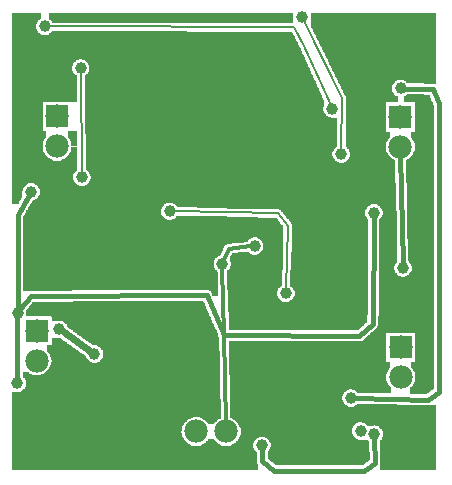
<source format=gbl>
G04 MADE WITH FRITZING*
G04 WWW.FRITZING.ORG*
G04 DOUBLE SIDED*
G04 HOLES PLATED*
G04 CONTOUR ON CENTER OF CONTOUR VECTOR*
%ASAXBY*%
%FSLAX23Y23*%
%MOIN*%
%OFA0B0*%
%SFA1.0B1.0*%
%ADD10C,0.075000*%
%ADD11C,0.078000*%
%ADD12C,0.039370*%
%ADD13R,0.078000X0.078000*%
%ADD14C,0.016000*%
%ADD15C,0.024000*%
%ADD16C,0.008000*%
%ADD17C,0.012000*%
%LNCOPPER0*%
G90*
G70*
G54D10*
X1112Y1492D03*
G54D11*
X1334Y1216D03*
X1334Y1116D03*
X1336Y448D03*
X1336Y348D03*
X190Y1218D03*
X190Y1118D03*
X122Y503D03*
X122Y403D03*
G54D12*
X1336Y1311D03*
X1170Y278D03*
X1246Y896D03*
X873Y121D03*
X1248Y158D03*
X104Y966D03*
X58Y327D03*
X197Y508D03*
X315Y425D03*
X149Y1517D03*
X1108Y1242D03*
X269Y1378D03*
X272Y1014D03*
X1138Y1091D03*
X1007Y1548D03*
X59Y563D03*
G54D11*
X754Y167D03*
X654Y167D03*
G54D12*
X849Y785D03*
X741Y725D03*
X566Y901D03*
X953Y628D03*
X1343Y712D03*
X1202Y169D03*
G54D13*
X1334Y1216D03*
X1336Y448D03*
X190Y1218D03*
X122Y503D03*
G54D14*
X1335Y1091D02*
X1343Y725D01*
D02*
X1349Y1310D02*
X1442Y1309D01*
D02*
X1442Y1309D02*
X1463Y1261D01*
D02*
X1463Y1261D02*
X1463Y300D01*
D02*
X1463Y300D02*
X1427Y273D01*
D02*
X1427Y273D02*
X1183Y278D01*
D02*
X1198Y485D02*
X1243Y525D01*
D02*
X746Y489D02*
X1198Y485D01*
D02*
X1243Y525D02*
X1246Y883D01*
D02*
X1214Y35D02*
X1250Y63D01*
D02*
X915Y35D02*
X1214Y35D01*
D02*
X1250Y63D02*
X1248Y144D01*
D02*
X874Y69D02*
X915Y35D01*
D02*
X873Y107D02*
X874Y69D01*
D02*
X60Y888D02*
X98Y954D01*
D02*
X59Y577D02*
X60Y888D01*
D02*
X58Y550D02*
X58Y341D01*
G54D15*
D02*
X300Y436D02*
X213Y497D01*
G54D16*
D02*
X981Y1514D02*
X162Y1517D01*
D02*
X1013Y1452D02*
X981Y1514D01*
D02*
X1102Y1254D02*
X1013Y1452D01*
D02*
X269Y1365D02*
X272Y1028D01*
D02*
X1139Y1279D02*
X1013Y1536D01*
D02*
X1138Y1105D02*
X1139Y1279D01*
G54D14*
D02*
X103Y619D02*
X67Y574D01*
D02*
X689Y621D02*
X103Y619D01*
D02*
X747Y490D02*
X689Y621D01*
G54D17*
D02*
X762Y776D02*
X746Y737D01*
D02*
X835Y784D02*
X762Y776D01*
D02*
X747Y490D02*
X741Y712D01*
D02*
X753Y191D02*
X746Y489D01*
G54D16*
D02*
X926Y894D02*
X960Y853D01*
D02*
X960Y853D02*
X953Y641D01*
D02*
X580Y901D02*
X926Y894D01*
G36*
X162Y1562D02*
X162Y1542D01*
X164Y1542D01*
X164Y1540D01*
X166Y1540D01*
X166Y1538D01*
X170Y1538D01*
X170Y1534D01*
X172Y1534D01*
X172Y1532D01*
X174Y1532D01*
X174Y1530D01*
X628Y1530D01*
X628Y1528D01*
X976Y1528D01*
X976Y1562D01*
X162Y1562D01*
G37*
D02*
G36*
X226Y1168D02*
X226Y1148D01*
X228Y1148D01*
X228Y1144D01*
X230Y1144D01*
X230Y1142D01*
X232Y1142D01*
X232Y1138D01*
X234Y1138D01*
X234Y1136D01*
X236Y1136D01*
X236Y1130D01*
X238Y1130D01*
X238Y1118D01*
X258Y1118D01*
X258Y1156D01*
X256Y1156D01*
X256Y1168D01*
X226Y1168D01*
G37*
D02*
G36*
X40Y1562D02*
X40Y1488D01*
X140Y1488D01*
X140Y1490D01*
X136Y1490D01*
X136Y1492D01*
X134Y1492D01*
X134Y1494D01*
X130Y1494D01*
X130Y1496D01*
X128Y1496D01*
X128Y1498D01*
X126Y1498D01*
X126Y1502D01*
X124Y1502D01*
X124Y1504D01*
X122Y1504D01*
X122Y1508D01*
X120Y1508D01*
X120Y1524D01*
X122Y1524D01*
X122Y1530D01*
X124Y1530D01*
X124Y1532D01*
X126Y1532D01*
X126Y1534D01*
X128Y1534D01*
X128Y1538D01*
X132Y1538D01*
X132Y1540D01*
X134Y1540D01*
X134Y1542D01*
X136Y1542D01*
X136Y1562D01*
X40Y1562D01*
G37*
D02*
G36*
X1036Y1562D02*
X1036Y1518D01*
X1038Y1518D01*
X1038Y1512D01*
X1040Y1512D01*
X1040Y1508D01*
X1042Y1508D01*
X1042Y1504D01*
X1044Y1504D01*
X1044Y1500D01*
X1046Y1500D01*
X1046Y1496D01*
X1048Y1496D01*
X1048Y1492D01*
X1050Y1492D01*
X1050Y1488D01*
X1052Y1488D01*
X1052Y1484D01*
X1054Y1484D01*
X1054Y1480D01*
X1056Y1480D01*
X1056Y1476D01*
X1058Y1476D01*
X1058Y1472D01*
X1060Y1472D01*
X1060Y1468D01*
X1062Y1468D01*
X1062Y1464D01*
X1064Y1464D01*
X1064Y1460D01*
X1066Y1460D01*
X1066Y1456D01*
X1068Y1456D01*
X1068Y1452D01*
X1070Y1452D01*
X1070Y1448D01*
X1072Y1448D01*
X1072Y1444D01*
X1074Y1444D01*
X1074Y1440D01*
X1076Y1440D01*
X1076Y1436D01*
X1078Y1436D01*
X1078Y1432D01*
X1080Y1432D01*
X1080Y1428D01*
X1082Y1428D01*
X1082Y1424D01*
X1084Y1424D01*
X1084Y1420D01*
X1086Y1420D01*
X1086Y1416D01*
X1088Y1416D01*
X1088Y1412D01*
X1090Y1412D01*
X1090Y1408D01*
X1092Y1408D01*
X1092Y1402D01*
X1094Y1402D01*
X1094Y1398D01*
X1096Y1398D01*
X1096Y1394D01*
X1098Y1394D01*
X1098Y1390D01*
X1100Y1390D01*
X1100Y1386D01*
X1102Y1386D01*
X1102Y1382D01*
X1104Y1382D01*
X1104Y1378D01*
X1106Y1378D01*
X1106Y1374D01*
X1108Y1374D01*
X1108Y1370D01*
X1110Y1370D01*
X1110Y1366D01*
X1112Y1366D01*
X1112Y1362D01*
X1114Y1362D01*
X1114Y1358D01*
X1116Y1358D01*
X1116Y1354D01*
X1118Y1354D01*
X1118Y1350D01*
X1120Y1350D01*
X1120Y1346D01*
X1122Y1346D01*
X1122Y1342D01*
X1124Y1342D01*
X1124Y1340D01*
X1342Y1340D01*
X1342Y1338D01*
X1346Y1338D01*
X1346Y1336D01*
X1350Y1336D01*
X1350Y1334D01*
X1352Y1334D01*
X1352Y1332D01*
X1354Y1332D01*
X1354Y1330D01*
X1356Y1330D01*
X1356Y1328D01*
X1412Y1328D01*
X1412Y1326D01*
X1452Y1326D01*
X1452Y1562D01*
X1036Y1562D01*
G37*
D02*
G36*
X172Y1502D02*
X172Y1498D01*
X170Y1498D01*
X170Y1496D01*
X168Y1496D01*
X168Y1494D01*
X164Y1494D01*
X164Y1492D01*
X162Y1492D01*
X162Y1490D01*
X158Y1490D01*
X158Y1488D01*
X978Y1488D01*
X978Y1492D01*
X976Y1492D01*
X976Y1494D01*
X974Y1494D01*
X974Y1498D01*
X972Y1498D01*
X972Y1500D01*
X624Y1500D01*
X624Y1502D01*
X172Y1502D01*
G37*
D02*
G36*
X40Y1488D02*
X40Y1486D01*
X980Y1486D01*
X980Y1488D01*
X40Y1488D01*
G37*
D02*
G36*
X40Y1488D02*
X40Y1486D01*
X980Y1486D01*
X980Y1488D01*
X40Y1488D01*
G37*
D02*
G36*
X40Y1486D02*
X40Y1408D01*
X274Y1408D01*
X274Y1406D01*
X280Y1406D01*
X280Y1404D01*
X284Y1404D01*
X284Y1402D01*
X286Y1402D01*
X286Y1400D01*
X288Y1400D01*
X288Y1398D01*
X290Y1398D01*
X290Y1396D01*
X292Y1396D01*
X292Y1394D01*
X294Y1394D01*
X294Y1390D01*
X296Y1390D01*
X296Y1386D01*
X298Y1386D01*
X298Y1370D01*
X296Y1370D01*
X296Y1366D01*
X294Y1366D01*
X294Y1362D01*
X292Y1362D01*
X292Y1360D01*
X290Y1360D01*
X290Y1358D01*
X288Y1358D01*
X288Y1356D01*
X286Y1356D01*
X286Y1354D01*
X284Y1354D01*
X284Y1158D01*
X286Y1158D01*
X286Y1062D01*
X1130Y1062D01*
X1130Y1064D01*
X1126Y1064D01*
X1126Y1066D01*
X1122Y1066D01*
X1122Y1068D01*
X1120Y1068D01*
X1120Y1070D01*
X1118Y1070D01*
X1118Y1072D01*
X1116Y1072D01*
X1116Y1074D01*
X1114Y1074D01*
X1114Y1076D01*
X1112Y1076D01*
X1112Y1080D01*
X1110Y1080D01*
X1110Y1084D01*
X1108Y1084D01*
X1108Y1098D01*
X1110Y1098D01*
X1110Y1102D01*
X1112Y1102D01*
X1112Y1106D01*
X1114Y1106D01*
X1114Y1108D01*
X1116Y1108D01*
X1116Y1110D01*
X1118Y1110D01*
X1118Y1112D01*
X1120Y1112D01*
X1120Y1114D01*
X1122Y1114D01*
X1122Y1116D01*
X1124Y1116D01*
X1124Y1212D01*
X1102Y1212D01*
X1102Y1214D01*
X1096Y1214D01*
X1096Y1216D01*
X1094Y1216D01*
X1094Y1218D01*
X1090Y1218D01*
X1090Y1220D01*
X1088Y1220D01*
X1088Y1222D01*
X1086Y1222D01*
X1086Y1224D01*
X1084Y1224D01*
X1084Y1228D01*
X1082Y1228D01*
X1082Y1230D01*
X1080Y1230D01*
X1080Y1236D01*
X1078Y1236D01*
X1078Y1248D01*
X1080Y1248D01*
X1080Y1272D01*
X1078Y1272D01*
X1078Y1276D01*
X1076Y1276D01*
X1076Y1280D01*
X1074Y1280D01*
X1074Y1284D01*
X1072Y1284D01*
X1072Y1290D01*
X1070Y1290D01*
X1070Y1294D01*
X1068Y1294D01*
X1068Y1298D01*
X1066Y1298D01*
X1066Y1302D01*
X1064Y1302D01*
X1064Y1306D01*
X1062Y1306D01*
X1062Y1312D01*
X1060Y1312D01*
X1060Y1316D01*
X1058Y1316D01*
X1058Y1320D01*
X1056Y1320D01*
X1056Y1324D01*
X1054Y1324D01*
X1054Y1330D01*
X1052Y1330D01*
X1052Y1334D01*
X1050Y1334D01*
X1050Y1338D01*
X1048Y1338D01*
X1048Y1342D01*
X1046Y1342D01*
X1046Y1346D01*
X1044Y1346D01*
X1044Y1352D01*
X1042Y1352D01*
X1042Y1356D01*
X1040Y1356D01*
X1040Y1360D01*
X1038Y1360D01*
X1038Y1364D01*
X1036Y1364D01*
X1036Y1368D01*
X1034Y1368D01*
X1034Y1374D01*
X1032Y1374D01*
X1032Y1378D01*
X1030Y1378D01*
X1030Y1382D01*
X1028Y1382D01*
X1028Y1386D01*
X1026Y1386D01*
X1026Y1392D01*
X1024Y1392D01*
X1024Y1396D01*
X1022Y1396D01*
X1022Y1400D01*
X1020Y1400D01*
X1020Y1404D01*
X1018Y1404D01*
X1018Y1408D01*
X1016Y1408D01*
X1016Y1414D01*
X1014Y1414D01*
X1014Y1418D01*
X1012Y1418D01*
X1012Y1422D01*
X1010Y1422D01*
X1010Y1426D01*
X1008Y1426D01*
X1008Y1432D01*
X1006Y1432D01*
X1006Y1436D01*
X1004Y1436D01*
X1004Y1440D01*
X1002Y1440D01*
X1002Y1444D01*
X1000Y1444D01*
X1000Y1448D01*
X998Y1448D01*
X998Y1452D01*
X996Y1452D01*
X996Y1456D01*
X994Y1456D01*
X994Y1460D01*
X992Y1460D01*
X992Y1464D01*
X990Y1464D01*
X990Y1468D01*
X988Y1468D01*
X988Y1472D01*
X986Y1472D01*
X986Y1476D01*
X984Y1476D01*
X984Y1480D01*
X982Y1480D01*
X982Y1484D01*
X980Y1484D01*
X980Y1486D01*
X40Y1486D01*
G37*
D02*
G36*
X40Y1408D02*
X40Y1068D01*
X186Y1068D01*
X186Y1070D01*
X178Y1070D01*
X178Y1072D01*
X172Y1072D01*
X172Y1074D01*
X168Y1074D01*
X168Y1076D01*
X166Y1076D01*
X166Y1078D01*
X162Y1078D01*
X162Y1080D01*
X160Y1080D01*
X160Y1082D01*
X158Y1082D01*
X158Y1084D01*
X156Y1084D01*
X156Y1086D01*
X154Y1086D01*
X154Y1088D01*
X152Y1088D01*
X152Y1090D01*
X150Y1090D01*
X150Y1094D01*
X148Y1094D01*
X148Y1096D01*
X146Y1096D01*
X146Y1100D01*
X144Y1100D01*
X144Y1106D01*
X142Y1106D01*
X142Y1130D01*
X144Y1130D01*
X144Y1134D01*
X146Y1134D01*
X146Y1138D01*
X148Y1138D01*
X148Y1142D01*
X150Y1142D01*
X150Y1144D01*
X152Y1144D01*
X152Y1148D01*
X154Y1148D01*
X154Y1168D01*
X142Y1168D01*
X142Y1266D01*
X256Y1266D01*
X256Y1354D01*
X252Y1354D01*
X252Y1356D01*
X250Y1356D01*
X250Y1358D01*
X248Y1358D01*
X248Y1360D01*
X246Y1360D01*
X246Y1362D01*
X244Y1362D01*
X244Y1366D01*
X242Y1366D01*
X242Y1370D01*
X240Y1370D01*
X240Y1386D01*
X242Y1386D01*
X242Y1390D01*
X244Y1390D01*
X244Y1394D01*
X246Y1394D01*
X246Y1396D01*
X248Y1396D01*
X248Y1398D01*
X250Y1398D01*
X250Y1400D01*
X252Y1400D01*
X252Y1402D01*
X254Y1402D01*
X254Y1404D01*
X258Y1404D01*
X258Y1406D01*
X264Y1406D01*
X264Y1408D01*
X40Y1408D01*
G37*
D02*
G36*
X1124Y1340D02*
X1124Y1338D01*
X1126Y1338D01*
X1126Y1334D01*
X1128Y1334D01*
X1128Y1330D01*
X1130Y1330D01*
X1130Y1326D01*
X1132Y1326D01*
X1132Y1322D01*
X1134Y1322D01*
X1134Y1318D01*
X1136Y1318D01*
X1136Y1314D01*
X1138Y1314D01*
X1138Y1310D01*
X1140Y1310D01*
X1140Y1306D01*
X1142Y1306D01*
X1142Y1302D01*
X1144Y1302D01*
X1144Y1296D01*
X1146Y1296D01*
X1146Y1292D01*
X1148Y1292D01*
X1148Y1288D01*
X1150Y1288D01*
X1150Y1284D01*
X1152Y1284D01*
X1152Y1116D01*
X1154Y1116D01*
X1154Y1114D01*
X1156Y1114D01*
X1156Y1112D01*
X1158Y1112D01*
X1158Y1110D01*
X1160Y1110D01*
X1160Y1108D01*
X1162Y1108D01*
X1162Y1104D01*
X1164Y1104D01*
X1164Y1100D01*
X1166Y1100D01*
X1166Y1092D01*
X1168Y1092D01*
X1168Y1090D01*
X1166Y1090D01*
X1166Y1082D01*
X1164Y1082D01*
X1164Y1078D01*
X1162Y1078D01*
X1162Y1074D01*
X1160Y1074D01*
X1160Y1072D01*
X1158Y1072D01*
X1158Y1070D01*
X1156Y1070D01*
X1156Y1068D01*
X1154Y1068D01*
X1154Y1066D01*
X1150Y1066D01*
X1150Y1064D01*
X1146Y1064D01*
X1146Y1062D01*
X1318Y1062D01*
X1318Y1070D01*
X1316Y1070D01*
X1316Y1072D01*
X1312Y1072D01*
X1312Y1074D01*
X1308Y1074D01*
X1308Y1076D01*
X1306Y1076D01*
X1306Y1078D01*
X1304Y1078D01*
X1304Y1080D01*
X1302Y1080D01*
X1302Y1082D01*
X1300Y1082D01*
X1300Y1084D01*
X1298Y1084D01*
X1298Y1086D01*
X1296Y1086D01*
X1296Y1088D01*
X1294Y1088D01*
X1294Y1092D01*
X1292Y1092D01*
X1292Y1096D01*
X1290Y1096D01*
X1290Y1100D01*
X1288Y1100D01*
X1288Y1104D01*
X1286Y1104D01*
X1286Y1126D01*
X1288Y1126D01*
X1288Y1132D01*
X1290Y1132D01*
X1290Y1136D01*
X1292Y1136D01*
X1292Y1138D01*
X1294Y1138D01*
X1294Y1142D01*
X1296Y1142D01*
X1296Y1144D01*
X1298Y1144D01*
X1298Y1146D01*
X1300Y1146D01*
X1300Y1166D01*
X1286Y1166D01*
X1286Y1264D01*
X1326Y1264D01*
X1326Y1284D01*
X1322Y1284D01*
X1322Y1286D01*
X1318Y1286D01*
X1318Y1288D01*
X1316Y1288D01*
X1316Y1290D01*
X1314Y1290D01*
X1314Y1292D01*
X1312Y1292D01*
X1312Y1296D01*
X1310Y1296D01*
X1310Y1298D01*
X1308Y1298D01*
X1308Y1304D01*
X1306Y1304D01*
X1306Y1316D01*
X1308Y1316D01*
X1308Y1322D01*
X1310Y1322D01*
X1310Y1326D01*
X1312Y1326D01*
X1312Y1328D01*
X1314Y1328D01*
X1314Y1330D01*
X1316Y1330D01*
X1316Y1332D01*
X1318Y1332D01*
X1318Y1334D01*
X1322Y1334D01*
X1322Y1336D01*
X1324Y1336D01*
X1324Y1338D01*
X1330Y1338D01*
X1330Y1340D01*
X1124Y1340D01*
G37*
D02*
G36*
X1356Y1292D02*
X1356Y1290D01*
X1354Y1290D01*
X1354Y1288D01*
X1352Y1288D01*
X1352Y1286D01*
X1350Y1286D01*
X1350Y1284D01*
X1346Y1284D01*
X1346Y1264D01*
X1384Y1264D01*
X1384Y1166D01*
X1370Y1166D01*
X1370Y1146D01*
X1372Y1146D01*
X1372Y1144D01*
X1374Y1144D01*
X1374Y1140D01*
X1376Y1140D01*
X1376Y1136D01*
X1378Y1136D01*
X1378Y1134D01*
X1380Y1134D01*
X1380Y1128D01*
X1382Y1128D01*
X1382Y1120D01*
X1384Y1120D01*
X1384Y1110D01*
X1382Y1110D01*
X1382Y1102D01*
X1380Y1102D01*
X1380Y1098D01*
X1378Y1098D01*
X1378Y1094D01*
X1376Y1094D01*
X1376Y1090D01*
X1374Y1090D01*
X1374Y1088D01*
X1372Y1088D01*
X1372Y1086D01*
X1370Y1086D01*
X1370Y1082D01*
X1368Y1082D01*
X1368Y1080D01*
X1364Y1080D01*
X1364Y1078D01*
X1362Y1078D01*
X1362Y1076D01*
X1360Y1076D01*
X1360Y1074D01*
X1356Y1074D01*
X1356Y1072D01*
X1354Y1072D01*
X1354Y996D01*
X1356Y996D01*
X1356Y904D01*
X1358Y904D01*
X1358Y810D01*
X1360Y810D01*
X1360Y734D01*
X1362Y734D01*
X1362Y732D01*
X1364Y732D01*
X1364Y730D01*
X1366Y730D01*
X1366Y728D01*
X1368Y728D01*
X1368Y724D01*
X1370Y724D01*
X1370Y720D01*
X1372Y720D01*
X1372Y702D01*
X1370Y702D01*
X1370Y698D01*
X1368Y698D01*
X1368Y696D01*
X1366Y696D01*
X1366Y694D01*
X1364Y694D01*
X1364Y690D01*
X1360Y690D01*
X1360Y688D01*
X1358Y688D01*
X1358Y686D01*
X1356Y686D01*
X1356Y684D01*
X1350Y684D01*
X1350Y682D01*
X1446Y682D01*
X1446Y1256D01*
X1444Y1256D01*
X1444Y1262D01*
X1442Y1262D01*
X1442Y1266D01*
X1440Y1266D01*
X1440Y1270D01*
X1438Y1270D01*
X1438Y1274D01*
X1436Y1274D01*
X1436Y1280D01*
X1434Y1280D01*
X1434Y1284D01*
X1432Y1284D01*
X1432Y1288D01*
X1430Y1288D01*
X1430Y1290D01*
X1412Y1290D01*
X1412Y1292D01*
X1356Y1292D01*
G37*
D02*
G36*
X238Y1116D02*
X238Y1106D01*
X236Y1106D01*
X236Y1100D01*
X234Y1100D01*
X234Y1096D01*
X232Y1096D01*
X232Y1094D01*
X230Y1094D01*
X230Y1090D01*
X228Y1090D01*
X228Y1088D01*
X226Y1088D01*
X226Y1086D01*
X224Y1086D01*
X224Y1084D01*
X222Y1084D01*
X222Y1082D01*
X220Y1082D01*
X220Y1080D01*
X218Y1080D01*
X218Y1078D01*
X216Y1078D01*
X216Y1076D01*
X212Y1076D01*
X212Y1074D01*
X208Y1074D01*
X208Y1072D01*
X202Y1072D01*
X202Y1070D01*
X196Y1070D01*
X196Y1068D01*
X258Y1068D01*
X258Y1116D01*
X238Y1116D01*
G37*
D02*
G36*
X40Y1068D02*
X40Y1066D01*
X258Y1066D01*
X258Y1068D01*
X40Y1068D01*
G37*
D02*
G36*
X40Y1068D02*
X40Y1066D01*
X258Y1066D01*
X258Y1068D01*
X40Y1068D01*
G37*
D02*
G36*
X40Y1066D02*
X40Y996D01*
X108Y996D01*
X108Y994D01*
X114Y994D01*
X114Y992D01*
X118Y992D01*
X118Y990D01*
X120Y990D01*
X120Y988D01*
X124Y988D01*
X124Y986D01*
X126Y986D01*
X126Y984D01*
X268Y984D01*
X268Y986D01*
X262Y986D01*
X262Y988D01*
X258Y988D01*
X258Y990D01*
X256Y990D01*
X256Y992D01*
X254Y992D01*
X254Y994D01*
X252Y994D01*
X252Y996D01*
X250Y996D01*
X250Y998D01*
X248Y998D01*
X248Y1000D01*
X246Y1000D01*
X246Y1004D01*
X244Y1004D01*
X244Y1012D01*
X242Y1012D01*
X242Y1016D01*
X244Y1016D01*
X244Y1024D01*
X246Y1024D01*
X246Y1028D01*
X248Y1028D01*
X248Y1030D01*
X250Y1030D01*
X250Y1032D01*
X252Y1032D01*
X252Y1034D01*
X254Y1034D01*
X254Y1036D01*
X256Y1036D01*
X256Y1038D01*
X258Y1038D01*
X258Y1066D01*
X40Y1066D01*
G37*
D02*
G36*
X286Y1062D02*
X286Y1060D01*
X1318Y1060D01*
X1318Y1062D01*
X286Y1062D01*
G37*
D02*
G36*
X286Y1062D02*
X286Y1060D01*
X1318Y1060D01*
X1318Y1062D01*
X286Y1062D01*
G37*
D02*
G36*
X286Y1060D02*
X286Y1038D01*
X290Y1038D01*
X290Y1036D01*
X292Y1036D01*
X292Y1034D01*
X294Y1034D01*
X294Y1032D01*
X296Y1032D01*
X296Y1028D01*
X298Y1028D01*
X298Y1026D01*
X300Y1026D01*
X300Y1020D01*
X302Y1020D01*
X302Y1008D01*
X300Y1008D01*
X300Y1002D01*
X298Y1002D01*
X298Y1000D01*
X296Y1000D01*
X296Y996D01*
X294Y996D01*
X294Y994D01*
X292Y994D01*
X292Y992D01*
X290Y992D01*
X290Y990D01*
X286Y990D01*
X286Y988D01*
X282Y988D01*
X282Y986D01*
X276Y986D01*
X276Y984D01*
X1320Y984D01*
X1320Y996D01*
X1318Y996D01*
X1318Y1060D01*
X286Y1060D01*
G37*
D02*
G36*
X40Y996D02*
X40Y924D01*
X60Y924D01*
X60Y926D01*
X62Y926D01*
X62Y930D01*
X64Y930D01*
X64Y934D01*
X66Y934D01*
X66Y938D01*
X68Y938D01*
X68Y940D01*
X70Y940D01*
X70Y944D01*
X72Y944D01*
X72Y948D01*
X74Y948D01*
X74Y970D01*
X76Y970D01*
X76Y976D01*
X78Y976D01*
X78Y980D01*
X80Y980D01*
X80Y982D01*
X82Y982D01*
X82Y984D01*
X84Y984D01*
X84Y986D01*
X86Y986D01*
X86Y988D01*
X88Y988D01*
X88Y990D01*
X90Y990D01*
X90Y992D01*
X94Y992D01*
X94Y994D01*
X100Y994D01*
X100Y996D01*
X40Y996D01*
G37*
D02*
G36*
X126Y984D02*
X126Y982D01*
X1320Y982D01*
X1320Y984D01*
X126Y984D01*
G37*
D02*
G36*
X126Y984D02*
X126Y982D01*
X1320Y982D01*
X1320Y984D01*
X126Y984D01*
G37*
D02*
G36*
X128Y982D02*
X128Y980D01*
X130Y980D01*
X130Y976D01*
X132Y976D01*
X132Y972D01*
X134Y972D01*
X134Y960D01*
X132Y960D01*
X132Y954D01*
X130Y954D01*
X130Y952D01*
X128Y952D01*
X128Y948D01*
X126Y948D01*
X126Y946D01*
X124Y946D01*
X124Y944D01*
X122Y944D01*
X122Y942D01*
X118Y942D01*
X118Y940D01*
X116Y940D01*
X116Y938D01*
X110Y938D01*
X110Y936D01*
X108Y936D01*
X108Y934D01*
X106Y934D01*
X106Y930D01*
X574Y930D01*
X574Y928D01*
X578Y928D01*
X578Y926D01*
X1252Y926D01*
X1252Y924D01*
X1256Y924D01*
X1256Y922D01*
X1260Y922D01*
X1260Y920D01*
X1262Y920D01*
X1262Y918D01*
X1266Y918D01*
X1266Y916D01*
X1268Y916D01*
X1268Y912D01*
X1270Y912D01*
X1270Y910D01*
X1272Y910D01*
X1272Y906D01*
X1274Y906D01*
X1274Y902D01*
X1276Y902D01*
X1276Y890D01*
X1274Y890D01*
X1274Y886D01*
X1272Y886D01*
X1272Y882D01*
X1270Y882D01*
X1270Y880D01*
X1268Y880D01*
X1268Y876D01*
X1266Y876D01*
X1266Y874D01*
X1264Y874D01*
X1264Y778D01*
X1262Y778D01*
X1262Y682D01*
X1336Y682D01*
X1336Y684D01*
X1332Y684D01*
X1332Y686D01*
X1328Y686D01*
X1328Y688D01*
X1326Y688D01*
X1326Y690D01*
X1324Y690D01*
X1324Y692D01*
X1322Y692D01*
X1322Y694D01*
X1320Y694D01*
X1320Y696D01*
X1318Y696D01*
X1318Y700D01*
X1316Y700D01*
X1316Y704D01*
X1314Y704D01*
X1314Y718D01*
X1316Y718D01*
X1316Y724D01*
X1318Y724D01*
X1318Y726D01*
X1320Y726D01*
X1320Y730D01*
X1322Y730D01*
X1322Y732D01*
X1324Y732D01*
X1324Y810D01*
X1322Y810D01*
X1322Y902D01*
X1320Y902D01*
X1320Y982D01*
X128Y982D01*
G37*
D02*
G36*
X104Y930D02*
X104Y928D01*
X102Y928D01*
X102Y924D01*
X100Y924D01*
X100Y920D01*
X98Y920D01*
X98Y918D01*
X96Y918D01*
X96Y914D01*
X94Y914D01*
X94Y910D01*
X92Y910D01*
X92Y906D01*
X90Y906D01*
X90Y904D01*
X88Y904D01*
X88Y900D01*
X86Y900D01*
X86Y896D01*
X84Y896D01*
X84Y892D01*
X82Y892D01*
X82Y890D01*
X80Y890D01*
X80Y886D01*
X78Y886D01*
X78Y872D01*
X558Y872D01*
X558Y874D01*
X554Y874D01*
X554Y876D01*
X550Y876D01*
X550Y878D01*
X548Y878D01*
X548Y880D01*
X546Y880D01*
X546Y882D01*
X544Y882D01*
X544Y884D01*
X542Y884D01*
X542Y886D01*
X540Y886D01*
X540Y890D01*
X538Y890D01*
X538Y896D01*
X536Y896D01*
X536Y904D01*
X538Y904D01*
X538Y910D01*
X540Y910D01*
X540Y914D01*
X542Y914D01*
X542Y918D01*
X544Y918D01*
X544Y920D01*
X546Y920D01*
X546Y922D01*
X548Y922D01*
X548Y924D01*
X550Y924D01*
X550Y926D01*
X554Y926D01*
X554Y928D01*
X558Y928D01*
X558Y930D01*
X104Y930D01*
G37*
D02*
G36*
X582Y926D02*
X582Y924D01*
X584Y924D01*
X584Y922D01*
X586Y922D01*
X586Y920D01*
X588Y920D01*
X588Y918D01*
X590Y918D01*
X590Y916D01*
X592Y916D01*
X592Y914D01*
X656Y914D01*
X656Y912D01*
X758Y912D01*
X758Y910D01*
X860Y910D01*
X860Y908D01*
X930Y908D01*
X930Y906D01*
X934Y906D01*
X934Y904D01*
X936Y904D01*
X936Y902D01*
X938Y902D01*
X938Y900D01*
X940Y900D01*
X940Y898D01*
X942Y898D01*
X942Y896D01*
X944Y896D01*
X944Y892D01*
X946Y892D01*
X946Y890D01*
X948Y890D01*
X948Y888D01*
X950Y888D01*
X950Y886D01*
X952Y886D01*
X952Y884D01*
X954Y884D01*
X954Y880D01*
X956Y880D01*
X956Y878D01*
X958Y878D01*
X958Y876D01*
X960Y876D01*
X960Y874D01*
X962Y874D01*
X962Y870D01*
X964Y870D01*
X964Y868D01*
X966Y868D01*
X966Y866D01*
X968Y866D01*
X968Y864D01*
X970Y864D01*
X970Y860D01*
X972Y860D01*
X972Y856D01*
X974Y856D01*
X974Y830D01*
X972Y830D01*
X972Y766D01*
X970Y766D01*
X970Y704D01*
X968Y704D01*
X968Y650D01*
X972Y650D01*
X972Y648D01*
X974Y648D01*
X974Y644D01*
X976Y644D01*
X976Y642D01*
X978Y642D01*
X978Y640D01*
X980Y640D01*
X980Y634D01*
X982Y634D01*
X982Y620D01*
X980Y620D01*
X980Y616D01*
X978Y616D01*
X978Y612D01*
X976Y612D01*
X976Y610D01*
X974Y610D01*
X974Y608D01*
X972Y608D01*
X972Y606D01*
X970Y606D01*
X970Y604D01*
X968Y604D01*
X968Y602D01*
X964Y602D01*
X964Y600D01*
X960Y600D01*
X960Y598D01*
X1226Y598D01*
X1226Y778D01*
X1228Y778D01*
X1228Y874D01*
X1226Y874D01*
X1226Y876D01*
X1224Y876D01*
X1224Y880D01*
X1222Y880D01*
X1222Y882D01*
X1220Y882D01*
X1220Y886D01*
X1218Y886D01*
X1218Y892D01*
X1216Y892D01*
X1216Y900D01*
X1218Y900D01*
X1218Y906D01*
X1220Y906D01*
X1220Y910D01*
X1222Y910D01*
X1222Y912D01*
X1224Y912D01*
X1224Y916D01*
X1226Y916D01*
X1226Y918D01*
X1230Y918D01*
X1230Y920D01*
X1232Y920D01*
X1232Y922D01*
X1236Y922D01*
X1236Y924D01*
X1242Y924D01*
X1242Y926D01*
X582Y926D01*
G37*
D02*
G36*
X590Y886D02*
X590Y884D01*
X588Y884D01*
X588Y882D01*
X586Y882D01*
X586Y880D01*
X584Y880D01*
X584Y878D01*
X582Y878D01*
X582Y876D01*
X578Y876D01*
X578Y874D01*
X574Y874D01*
X574Y872D01*
X926Y872D01*
X926Y874D01*
X924Y874D01*
X924Y876D01*
X922Y876D01*
X922Y878D01*
X920Y878D01*
X920Y880D01*
X860Y880D01*
X860Y882D01*
X758Y882D01*
X758Y884D01*
X654Y884D01*
X654Y886D01*
X590Y886D01*
G37*
D02*
G36*
X78Y872D02*
X78Y870D01*
X926Y870D01*
X926Y872D01*
X78Y872D01*
G37*
D02*
G36*
X78Y872D02*
X78Y870D01*
X926Y870D01*
X926Y872D01*
X78Y872D01*
G37*
D02*
G36*
X78Y870D02*
X78Y814D01*
X856Y814D01*
X856Y812D01*
X860Y812D01*
X860Y810D01*
X864Y810D01*
X864Y808D01*
X866Y808D01*
X866Y806D01*
X868Y806D01*
X868Y804D01*
X870Y804D01*
X870Y802D01*
X872Y802D01*
X872Y800D01*
X874Y800D01*
X874Y796D01*
X876Y796D01*
X876Y792D01*
X878Y792D01*
X878Y778D01*
X876Y778D01*
X876Y772D01*
X874Y772D01*
X874Y770D01*
X872Y770D01*
X872Y768D01*
X870Y768D01*
X870Y764D01*
X866Y764D01*
X866Y762D01*
X864Y762D01*
X864Y760D01*
X862Y760D01*
X862Y758D01*
X858Y758D01*
X858Y756D01*
X942Y756D01*
X942Y768D01*
X944Y768D01*
X944Y850D01*
X942Y850D01*
X942Y854D01*
X940Y854D01*
X940Y856D01*
X938Y856D01*
X938Y858D01*
X936Y858D01*
X936Y860D01*
X934Y860D01*
X934Y864D01*
X932Y864D01*
X932Y866D01*
X930Y866D01*
X930Y868D01*
X928Y868D01*
X928Y870D01*
X78Y870D01*
G37*
D02*
G36*
X78Y814D02*
X78Y708D01*
X76Y708D01*
X76Y638D01*
X696Y638D01*
X696Y636D01*
X698Y636D01*
X698Y634D01*
X702Y634D01*
X702Y630D01*
X704Y630D01*
X704Y628D01*
X706Y628D01*
X706Y624D01*
X708Y624D01*
X708Y618D01*
X728Y618D01*
X728Y638D01*
X726Y638D01*
X726Y700D01*
X724Y700D01*
X724Y702D01*
X722Y702D01*
X722Y704D01*
X720Y704D01*
X720Y706D01*
X718Y706D01*
X718Y708D01*
X716Y708D01*
X716Y712D01*
X714Y712D01*
X714Y716D01*
X712Y716D01*
X712Y724D01*
X710Y724D01*
X710Y726D01*
X712Y726D01*
X712Y734D01*
X714Y734D01*
X714Y738D01*
X716Y738D01*
X716Y740D01*
X718Y740D01*
X718Y744D01*
X720Y744D01*
X720Y746D01*
X722Y746D01*
X722Y748D01*
X726Y748D01*
X726Y750D01*
X728Y750D01*
X728Y752D01*
X734Y752D01*
X734Y754D01*
X736Y754D01*
X736Y758D01*
X738Y758D01*
X738Y762D01*
X740Y762D01*
X740Y768D01*
X742Y768D01*
X742Y772D01*
X744Y772D01*
X744Y778D01*
X746Y778D01*
X746Y782D01*
X748Y782D01*
X748Y786D01*
X750Y786D01*
X750Y788D01*
X752Y788D01*
X752Y790D01*
X756Y790D01*
X756Y792D01*
X772Y792D01*
X772Y794D01*
X792Y794D01*
X792Y796D01*
X812Y796D01*
X812Y798D01*
X824Y798D01*
X824Y800D01*
X826Y800D01*
X826Y804D01*
X828Y804D01*
X828Y806D01*
X830Y806D01*
X830Y808D01*
X834Y808D01*
X834Y810D01*
X836Y810D01*
X836Y812D01*
X842Y812D01*
X842Y814D01*
X78Y814D01*
G37*
D02*
G36*
X794Y764D02*
X794Y762D01*
X774Y762D01*
X774Y760D01*
X772Y760D01*
X772Y756D01*
X840Y756D01*
X840Y758D01*
X836Y758D01*
X836Y760D01*
X832Y760D01*
X832Y762D01*
X830Y762D01*
X830Y764D01*
X794Y764D01*
G37*
D02*
G36*
X770Y756D02*
X770Y754D01*
X942Y754D01*
X942Y756D01*
X770Y756D01*
G37*
D02*
G36*
X770Y756D02*
X770Y754D01*
X942Y754D01*
X942Y756D01*
X770Y756D01*
G37*
D02*
G36*
X770Y754D02*
X770Y752D01*
X768Y752D01*
X768Y732D01*
X770Y732D01*
X770Y718D01*
X768Y718D01*
X768Y712D01*
X766Y712D01*
X766Y710D01*
X764Y710D01*
X764Y708D01*
X762Y708D01*
X762Y704D01*
X758Y704D01*
X758Y638D01*
X760Y638D01*
X760Y598D01*
X946Y598D01*
X946Y600D01*
X940Y600D01*
X940Y602D01*
X938Y602D01*
X938Y604D01*
X936Y604D01*
X936Y606D01*
X932Y606D01*
X932Y608D01*
X930Y608D01*
X930Y612D01*
X928Y612D01*
X928Y614D01*
X926Y614D01*
X926Y618D01*
X924Y618D01*
X924Y626D01*
X922Y626D01*
X922Y628D01*
X924Y628D01*
X924Y636D01*
X926Y636D01*
X926Y640D01*
X928Y640D01*
X928Y644D01*
X930Y644D01*
X930Y646D01*
X932Y646D01*
X932Y648D01*
X934Y648D01*
X934Y650D01*
X936Y650D01*
X936Y652D01*
X940Y652D01*
X940Y704D01*
X942Y704D01*
X942Y754D01*
X770Y754D01*
G37*
D02*
G36*
X1262Y682D02*
X1262Y680D01*
X1446Y680D01*
X1446Y682D01*
X1262Y682D01*
G37*
D02*
G36*
X1262Y682D02*
X1262Y680D01*
X1446Y680D01*
X1446Y682D01*
X1262Y682D01*
G37*
D02*
G36*
X1262Y680D02*
X1262Y552D01*
X1260Y552D01*
X1260Y518D01*
X1258Y518D01*
X1258Y514D01*
X1256Y514D01*
X1256Y512D01*
X1254Y512D01*
X1254Y510D01*
X1252Y510D01*
X1252Y508D01*
X1250Y508D01*
X1250Y506D01*
X1248Y506D01*
X1248Y504D01*
X1246Y504D01*
X1246Y502D01*
X1242Y502D01*
X1242Y500D01*
X1240Y500D01*
X1240Y498D01*
X1238Y498D01*
X1238Y496D01*
X1384Y496D01*
X1384Y398D01*
X1370Y398D01*
X1370Y378D01*
X1372Y378D01*
X1372Y376D01*
X1374Y376D01*
X1374Y374D01*
X1376Y374D01*
X1376Y372D01*
X1378Y372D01*
X1378Y368D01*
X1380Y368D01*
X1380Y364D01*
X1382Y364D01*
X1382Y358D01*
X1384Y358D01*
X1384Y336D01*
X1382Y336D01*
X1382Y332D01*
X1380Y332D01*
X1380Y326D01*
X1378Y326D01*
X1378Y324D01*
X1376Y324D01*
X1376Y320D01*
X1374Y320D01*
X1374Y318D01*
X1372Y318D01*
X1372Y316D01*
X1370Y316D01*
X1370Y314D01*
X1368Y314D01*
X1368Y312D01*
X1366Y312D01*
X1366Y292D01*
X1424Y292D01*
X1424Y294D01*
X1426Y294D01*
X1426Y296D01*
X1430Y296D01*
X1430Y298D01*
X1432Y298D01*
X1432Y300D01*
X1434Y300D01*
X1434Y302D01*
X1438Y302D01*
X1438Y304D01*
X1440Y304D01*
X1440Y306D01*
X1442Y306D01*
X1442Y308D01*
X1446Y308D01*
X1446Y680D01*
X1262Y680D01*
G37*
D02*
G36*
X76Y638D02*
X76Y634D01*
X96Y634D01*
X96Y636D01*
X240Y636D01*
X240Y638D01*
X76Y638D01*
G37*
D02*
G36*
X244Y602D02*
X244Y600D01*
X110Y600D01*
X110Y598D01*
X108Y598D01*
X108Y596D01*
X106Y596D01*
X106Y592D01*
X104Y592D01*
X104Y590D01*
X102Y590D01*
X102Y588D01*
X100Y588D01*
X100Y584D01*
X98Y584D01*
X98Y582D01*
X96Y582D01*
X96Y580D01*
X94Y580D01*
X94Y578D01*
X92Y578D01*
X92Y574D01*
X90Y574D01*
X90Y572D01*
X88Y572D01*
X88Y552D01*
X170Y552D01*
X170Y550D01*
X172Y550D01*
X172Y536D01*
X206Y536D01*
X206Y534D01*
X210Y534D01*
X210Y532D01*
X214Y532D01*
X214Y530D01*
X216Y530D01*
X216Y528D01*
X218Y528D01*
X218Y526D01*
X220Y526D01*
X220Y524D01*
X222Y524D01*
X222Y520D01*
X224Y520D01*
X224Y516D01*
X226Y516D01*
X226Y514D01*
X228Y514D01*
X228Y512D01*
X230Y512D01*
X230Y510D01*
X234Y510D01*
X234Y508D01*
X236Y508D01*
X236Y506D01*
X238Y506D01*
X238Y504D01*
X242Y504D01*
X242Y502D01*
X244Y502D01*
X244Y500D01*
X248Y500D01*
X248Y498D01*
X250Y498D01*
X250Y496D01*
X254Y496D01*
X254Y494D01*
X256Y494D01*
X256Y492D01*
X258Y492D01*
X258Y490D01*
X262Y490D01*
X262Y488D01*
X264Y488D01*
X264Y486D01*
X268Y486D01*
X268Y484D01*
X270Y484D01*
X270Y482D01*
X274Y482D01*
X274Y480D01*
X276Y480D01*
X276Y478D01*
X278Y478D01*
X278Y476D01*
X282Y476D01*
X282Y474D01*
X284Y474D01*
X284Y472D01*
X288Y472D01*
X288Y470D01*
X290Y470D01*
X290Y468D01*
X294Y468D01*
X294Y466D01*
X296Y466D01*
X296Y464D01*
X298Y464D01*
X298Y462D01*
X302Y462D01*
X302Y460D01*
X304Y460D01*
X304Y458D01*
X308Y458D01*
X308Y456D01*
X310Y456D01*
X310Y454D01*
X322Y454D01*
X322Y452D01*
X326Y452D01*
X326Y450D01*
X330Y450D01*
X330Y448D01*
X332Y448D01*
X332Y446D01*
X336Y446D01*
X336Y444D01*
X338Y444D01*
X338Y440D01*
X340Y440D01*
X340Y438D01*
X342Y438D01*
X342Y434D01*
X344Y434D01*
X344Y426D01*
X346Y426D01*
X346Y424D01*
X344Y424D01*
X344Y416D01*
X342Y416D01*
X342Y412D01*
X340Y412D01*
X340Y408D01*
X338Y408D01*
X338Y406D01*
X336Y406D01*
X336Y404D01*
X334Y404D01*
X334Y402D01*
X332Y402D01*
X332Y400D01*
X328Y400D01*
X328Y398D01*
X324Y398D01*
X324Y396D01*
X318Y396D01*
X318Y394D01*
X732Y394D01*
X732Y436D01*
X730Y436D01*
X730Y482D01*
X728Y482D01*
X728Y490D01*
X726Y490D01*
X726Y494D01*
X724Y494D01*
X724Y500D01*
X722Y500D01*
X722Y504D01*
X720Y504D01*
X720Y508D01*
X718Y508D01*
X718Y512D01*
X716Y512D01*
X716Y516D01*
X714Y516D01*
X714Y522D01*
X712Y522D01*
X712Y526D01*
X710Y526D01*
X710Y530D01*
X708Y530D01*
X708Y534D01*
X706Y534D01*
X706Y540D01*
X704Y540D01*
X704Y544D01*
X702Y544D01*
X702Y548D01*
X700Y548D01*
X700Y552D01*
X698Y552D01*
X698Y558D01*
X696Y558D01*
X696Y562D01*
X694Y562D01*
X694Y566D01*
X692Y566D01*
X692Y570D01*
X690Y570D01*
X690Y576D01*
X688Y576D01*
X688Y580D01*
X686Y580D01*
X686Y584D01*
X684Y584D01*
X684Y588D01*
X682Y588D01*
X682Y594D01*
X680Y594D01*
X680Y598D01*
X678Y598D01*
X678Y602D01*
X244Y602D01*
G37*
D02*
G36*
X760Y598D02*
X760Y596D01*
X1226Y596D01*
X1226Y598D01*
X760Y598D01*
G37*
D02*
G36*
X760Y598D02*
X760Y596D01*
X1226Y596D01*
X1226Y598D01*
X760Y598D01*
G37*
D02*
G36*
X760Y596D02*
X760Y566D01*
X762Y566D01*
X762Y506D01*
X938Y506D01*
X938Y504D01*
X1194Y504D01*
X1194Y506D01*
X1196Y506D01*
X1196Y508D01*
X1198Y508D01*
X1198Y510D01*
X1200Y510D01*
X1200Y512D01*
X1202Y512D01*
X1202Y514D01*
X1204Y514D01*
X1204Y516D01*
X1206Y516D01*
X1206Y518D01*
X1210Y518D01*
X1210Y520D01*
X1212Y520D01*
X1212Y522D01*
X1214Y522D01*
X1214Y524D01*
X1216Y524D01*
X1216Y526D01*
X1218Y526D01*
X1218Y528D01*
X1220Y528D01*
X1220Y530D01*
X1222Y530D01*
X1222Y532D01*
X1224Y532D01*
X1224Y554D01*
X1226Y554D01*
X1226Y596D01*
X760Y596D01*
G37*
D02*
G36*
X1236Y496D02*
X1236Y494D01*
X1234Y494D01*
X1234Y492D01*
X1232Y492D01*
X1232Y490D01*
X1230Y490D01*
X1230Y488D01*
X1228Y488D01*
X1228Y486D01*
X1226Y486D01*
X1226Y484D01*
X1222Y484D01*
X1222Y482D01*
X1220Y482D01*
X1220Y480D01*
X1218Y480D01*
X1218Y478D01*
X1216Y478D01*
X1216Y476D01*
X1214Y476D01*
X1214Y474D01*
X1212Y474D01*
X1212Y472D01*
X1210Y472D01*
X1210Y470D01*
X1206Y470D01*
X1206Y468D01*
X1286Y468D01*
X1286Y496D01*
X1236Y496D01*
G37*
D02*
G36*
X172Y478D02*
X172Y454D01*
X156Y454D01*
X156Y434D01*
X158Y434D01*
X158Y432D01*
X160Y432D01*
X160Y430D01*
X162Y430D01*
X162Y426D01*
X164Y426D01*
X164Y424D01*
X166Y424D01*
X166Y420D01*
X168Y420D01*
X168Y414D01*
X170Y414D01*
X170Y404D01*
X172Y404D01*
X172Y400D01*
X170Y400D01*
X170Y394D01*
X314Y394D01*
X314Y396D01*
X306Y396D01*
X306Y398D01*
X302Y398D01*
X302Y400D01*
X300Y400D01*
X300Y402D01*
X296Y402D01*
X296Y404D01*
X294Y404D01*
X294Y406D01*
X292Y406D01*
X292Y410D01*
X290Y410D01*
X290Y412D01*
X288Y412D01*
X288Y418D01*
X284Y418D01*
X284Y420D01*
X282Y420D01*
X282Y422D01*
X280Y422D01*
X280Y424D01*
X276Y424D01*
X276Y426D01*
X274Y426D01*
X274Y428D01*
X270Y428D01*
X270Y430D01*
X268Y430D01*
X268Y432D01*
X264Y432D01*
X264Y434D01*
X262Y434D01*
X262Y436D01*
X260Y436D01*
X260Y438D01*
X256Y438D01*
X256Y440D01*
X254Y440D01*
X254Y442D01*
X250Y442D01*
X250Y444D01*
X248Y444D01*
X248Y446D01*
X244Y446D01*
X244Y448D01*
X242Y448D01*
X242Y450D01*
X240Y450D01*
X240Y452D01*
X236Y452D01*
X236Y454D01*
X234Y454D01*
X234Y456D01*
X230Y456D01*
X230Y458D01*
X228Y458D01*
X228Y460D01*
X224Y460D01*
X224Y462D01*
X222Y462D01*
X222Y464D01*
X220Y464D01*
X220Y466D01*
X216Y466D01*
X216Y468D01*
X214Y468D01*
X214Y470D01*
X210Y470D01*
X210Y472D01*
X208Y472D01*
X208Y474D01*
X204Y474D01*
X204Y476D01*
X202Y476D01*
X202Y478D01*
X172Y478D01*
G37*
D02*
G36*
X762Y470D02*
X762Y468D01*
X938Y468D01*
X938Y470D01*
X762Y470D01*
G37*
D02*
G36*
X762Y468D02*
X762Y466D01*
X1286Y466D01*
X1286Y468D01*
X762Y468D01*
G37*
D02*
G36*
X762Y468D02*
X762Y466D01*
X1286Y466D01*
X1286Y468D01*
X762Y468D01*
G37*
D02*
G36*
X762Y466D02*
X762Y436D01*
X764Y436D01*
X764Y356D01*
X766Y356D01*
X766Y308D01*
X1174Y308D01*
X1174Y306D01*
X1180Y306D01*
X1180Y304D01*
X1184Y304D01*
X1184Y302D01*
X1186Y302D01*
X1186Y300D01*
X1190Y300D01*
X1190Y296D01*
X1222Y296D01*
X1222Y294D01*
X1302Y294D01*
X1302Y314D01*
X1300Y314D01*
X1300Y318D01*
X1298Y318D01*
X1298Y320D01*
X1296Y320D01*
X1296Y322D01*
X1294Y322D01*
X1294Y326D01*
X1292Y326D01*
X1292Y330D01*
X1290Y330D01*
X1290Y334D01*
X1288Y334D01*
X1288Y342D01*
X1286Y342D01*
X1286Y352D01*
X1288Y352D01*
X1288Y360D01*
X1290Y360D01*
X1290Y366D01*
X1292Y366D01*
X1292Y368D01*
X1294Y368D01*
X1294Y372D01*
X1296Y372D01*
X1296Y376D01*
X1298Y376D01*
X1298Y378D01*
X1300Y378D01*
X1300Y398D01*
X1286Y398D01*
X1286Y466D01*
X762Y466D01*
G37*
D02*
G36*
X170Y394D02*
X170Y392D01*
X732Y392D01*
X732Y394D01*
X170Y394D01*
G37*
D02*
G36*
X170Y394D02*
X170Y392D01*
X732Y392D01*
X732Y394D01*
X170Y394D01*
G37*
D02*
G36*
X170Y392D02*
X170Y390D01*
X168Y390D01*
X168Y384D01*
X166Y384D01*
X166Y382D01*
X164Y382D01*
X164Y378D01*
X162Y378D01*
X162Y374D01*
X160Y374D01*
X160Y372D01*
X158Y372D01*
X158Y370D01*
X156Y370D01*
X156Y368D01*
X154Y368D01*
X154Y366D01*
X152Y366D01*
X152Y364D01*
X150Y364D01*
X150Y362D01*
X146Y362D01*
X146Y360D01*
X142Y360D01*
X142Y358D01*
X138Y358D01*
X138Y356D01*
X132Y356D01*
X132Y354D01*
X734Y354D01*
X734Y356D01*
X732Y356D01*
X732Y392D01*
X170Y392D01*
G37*
D02*
G36*
X76Y364D02*
X76Y354D01*
X112Y354D01*
X112Y356D01*
X106Y356D01*
X106Y358D01*
X102Y358D01*
X102Y360D01*
X98Y360D01*
X98Y362D01*
X96Y362D01*
X96Y364D01*
X76Y364D01*
G37*
D02*
G36*
X76Y354D02*
X76Y352D01*
X734Y352D01*
X734Y354D01*
X76Y354D01*
G37*
D02*
G36*
X76Y354D02*
X76Y352D01*
X734Y352D01*
X734Y354D01*
X76Y354D01*
G37*
D02*
G36*
X76Y352D02*
X76Y348D01*
X78Y348D01*
X78Y346D01*
X80Y346D01*
X80Y344D01*
X82Y344D01*
X82Y342D01*
X84Y342D01*
X84Y338D01*
X86Y338D01*
X86Y332D01*
X88Y332D01*
X88Y322D01*
X86Y322D01*
X86Y316D01*
X84Y316D01*
X84Y312D01*
X82Y312D01*
X82Y310D01*
X80Y310D01*
X80Y308D01*
X78Y308D01*
X78Y306D01*
X76Y306D01*
X76Y304D01*
X74Y304D01*
X74Y302D01*
X70Y302D01*
X70Y300D01*
X66Y300D01*
X66Y298D01*
X40Y298D01*
X40Y216D01*
X658Y216D01*
X658Y214D01*
X666Y214D01*
X666Y212D01*
X672Y212D01*
X672Y210D01*
X676Y210D01*
X676Y208D01*
X678Y208D01*
X678Y206D01*
X682Y206D01*
X682Y204D01*
X684Y204D01*
X684Y202D01*
X686Y202D01*
X686Y200D01*
X688Y200D01*
X688Y198D01*
X690Y198D01*
X690Y196D01*
X692Y196D01*
X692Y194D01*
X694Y194D01*
X694Y192D01*
X714Y192D01*
X714Y194D01*
X716Y194D01*
X716Y196D01*
X718Y196D01*
X718Y198D01*
X720Y198D01*
X720Y200D01*
X722Y200D01*
X722Y202D01*
X724Y202D01*
X724Y204D01*
X726Y204D01*
X726Y206D01*
X728Y206D01*
X728Y208D01*
X732Y208D01*
X732Y210D01*
X736Y210D01*
X736Y276D01*
X734Y276D01*
X734Y352D01*
X76Y352D01*
G37*
D02*
G36*
X766Y308D02*
X766Y276D01*
X768Y276D01*
X768Y248D01*
X1164Y248D01*
X1164Y250D01*
X1160Y250D01*
X1160Y252D01*
X1156Y252D01*
X1156Y254D01*
X1152Y254D01*
X1152Y256D01*
X1150Y256D01*
X1150Y258D01*
X1148Y258D01*
X1148Y260D01*
X1146Y260D01*
X1146Y264D01*
X1144Y264D01*
X1144Y268D01*
X1142Y268D01*
X1142Y272D01*
X1140Y272D01*
X1140Y284D01*
X1142Y284D01*
X1142Y288D01*
X1144Y288D01*
X1144Y292D01*
X1146Y292D01*
X1146Y296D01*
X1148Y296D01*
X1148Y298D01*
X1150Y298D01*
X1150Y300D01*
X1152Y300D01*
X1152Y302D01*
X1156Y302D01*
X1156Y304D01*
X1160Y304D01*
X1160Y306D01*
X1164Y306D01*
X1164Y308D01*
X766Y308D01*
G37*
D02*
G36*
X1192Y260D02*
X1192Y258D01*
X1190Y258D01*
X1190Y256D01*
X1186Y256D01*
X1186Y254D01*
X1184Y254D01*
X1184Y252D01*
X1180Y252D01*
X1180Y250D01*
X1174Y250D01*
X1174Y248D01*
X1452Y248D01*
X1452Y256D01*
X1324Y256D01*
X1324Y258D01*
X1220Y258D01*
X1220Y260D01*
X1192Y260D01*
G37*
D02*
G36*
X768Y248D02*
X768Y246D01*
X1452Y246D01*
X1452Y248D01*
X768Y248D01*
G37*
D02*
G36*
X768Y248D02*
X768Y246D01*
X1452Y246D01*
X1452Y248D01*
X768Y248D01*
G37*
D02*
G36*
X768Y246D02*
X768Y212D01*
X772Y212D01*
X772Y210D01*
X776Y210D01*
X776Y208D01*
X778Y208D01*
X778Y206D01*
X782Y206D01*
X782Y204D01*
X784Y204D01*
X784Y202D01*
X786Y202D01*
X786Y200D01*
X788Y200D01*
X788Y198D01*
X1208Y198D01*
X1208Y196D01*
X1214Y196D01*
X1214Y194D01*
X1216Y194D01*
X1216Y192D01*
X1220Y192D01*
X1220Y190D01*
X1222Y190D01*
X1222Y188D01*
X1250Y188D01*
X1250Y186D01*
X1258Y186D01*
X1258Y184D01*
X1262Y184D01*
X1262Y182D01*
X1264Y182D01*
X1264Y180D01*
X1266Y180D01*
X1266Y178D01*
X1268Y178D01*
X1268Y176D01*
X1270Y176D01*
X1270Y174D01*
X1272Y174D01*
X1272Y172D01*
X1274Y172D01*
X1274Y168D01*
X1276Y168D01*
X1276Y162D01*
X1278Y162D01*
X1278Y154D01*
X1276Y154D01*
X1276Y148D01*
X1274Y148D01*
X1274Y144D01*
X1272Y144D01*
X1272Y140D01*
X1270Y140D01*
X1270Y138D01*
X1268Y138D01*
X1268Y136D01*
X1266Y136D01*
X1266Y100D01*
X1268Y100D01*
X1268Y40D01*
X1452Y40D01*
X1452Y246D01*
X768Y246D01*
G37*
D02*
G36*
X40Y216D02*
X40Y118D01*
X642Y118D01*
X642Y120D01*
X638Y120D01*
X638Y122D01*
X634Y122D01*
X634Y124D01*
X630Y124D01*
X630Y126D01*
X626Y126D01*
X626Y128D01*
X624Y128D01*
X624Y130D01*
X622Y130D01*
X622Y132D01*
X620Y132D01*
X620Y134D01*
X618Y134D01*
X618Y136D01*
X616Y136D01*
X616Y138D01*
X614Y138D01*
X614Y142D01*
X612Y142D01*
X612Y144D01*
X610Y144D01*
X610Y148D01*
X608Y148D01*
X608Y154D01*
X606Y154D01*
X606Y162D01*
X604Y162D01*
X604Y170D01*
X606Y170D01*
X606Y178D01*
X608Y178D01*
X608Y184D01*
X610Y184D01*
X610Y188D01*
X612Y188D01*
X612Y192D01*
X614Y192D01*
X614Y194D01*
X616Y194D01*
X616Y196D01*
X618Y196D01*
X618Y198D01*
X620Y198D01*
X620Y200D01*
X622Y200D01*
X622Y202D01*
X624Y202D01*
X624Y204D01*
X626Y204D01*
X626Y206D01*
X628Y206D01*
X628Y208D01*
X632Y208D01*
X632Y210D01*
X636Y210D01*
X636Y212D01*
X642Y212D01*
X642Y214D01*
X650Y214D01*
X650Y216D01*
X40Y216D01*
G37*
D02*
G36*
X790Y198D02*
X790Y196D01*
X792Y196D01*
X792Y194D01*
X794Y194D01*
X794Y190D01*
X796Y190D01*
X796Y186D01*
X798Y186D01*
X798Y182D01*
X800Y182D01*
X800Y178D01*
X802Y178D01*
X802Y156D01*
X800Y156D01*
X800Y150D01*
X880Y150D01*
X880Y148D01*
X884Y148D01*
X884Y146D01*
X888Y146D01*
X888Y144D01*
X890Y144D01*
X890Y142D01*
X892Y142D01*
X892Y140D01*
X894Y140D01*
X894Y138D01*
X1200Y138D01*
X1200Y140D01*
X1192Y140D01*
X1192Y142D01*
X1188Y142D01*
X1188Y144D01*
X1186Y144D01*
X1186Y146D01*
X1184Y146D01*
X1184Y148D01*
X1180Y148D01*
X1180Y152D01*
X1178Y152D01*
X1178Y154D01*
X1176Y154D01*
X1176Y158D01*
X1174Y158D01*
X1174Y162D01*
X1172Y162D01*
X1172Y174D01*
X1174Y174D01*
X1174Y180D01*
X1176Y180D01*
X1176Y184D01*
X1178Y184D01*
X1178Y186D01*
X1180Y186D01*
X1180Y188D01*
X1182Y188D01*
X1182Y190D01*
X1184Y190D01*
X1184Y192D01*
X1186Y192D01*
X1186Y194D01*
X1190Y194D01*
X1190Y196D01*
X1194Y196D01*
X1194Y198D01*
X790Y198D01*
G37*
D02*
G36*
X1224Y188D02*
X1224Y186D01*
X1246Y186D01*
X1246Y188D01*
X1224Y188D01*
G37*
D02*
G36*
X798Y150D02*
X798Y146D01*
X796Y146D01*
X796Y142D01*
X794Y142D01*
X794Y140D01*
X792Y140D01*
X792Y136D01*
X790Y136D01*
X790Y134D01*
X788Y134D01*
X788Y132D01*
X786Y132D01*
X786Y130D01*
X784Y130D01*
X784Y128D01*
X780Y128D01*
X780Y126D01*
X778Y126D01*
X778Y124D01*
X774Y124D01*
X774Y122D01*
X770Y122D01*
X770Y120D01*
X764Y120D01*
X764Y118D01*
X844Y118D01*
X844Y130D01*
X846Y130D01*
X846Y134D01*
X848Y134D01*
X848Y136D01*
X850Y136D01*
X850Y138D01*
X852Y138D01*
X852Y142D01*
X856Y142D01*
X856Y144D01*
X858Y144D01*
X858Y146D01*
X862Y146D01*
X862Y148D01*
X866Y148D01*
X866Y150D01*
X798Y150D01*
G37*
D02*
G36*
X694Y142D02*
X694Y140D01*
X692Y140D01*
X692Y136D01*
X690Y136D01*
X690Y134D01*
X688Y134D01*
X688Y132D01*
X686Y132D01*
X686Y130D01*
X684Y130D01*
X684Y128D01*
X680Y128D01*
X680Y126D01*
X678Y126D01*
X678Y124D01*
X674Y124D01*
X674Y122D01*
X670Y122D01*
X670Y120D01*
X664Y120D01*
X664Y118D01*
X742Y118D01*
X742Y120D01*
X738Y120D01*
X738Y122D01*
X734Y122D01*
X734Y124D01*
X730Y124D01*
X730Y126D01*
X726Y126D01*
X726Y128D01*
X724Y128D01*
X724Y130D01*
X722Y130D01*
X722Y132D01*
X720Y132D01*
X720Y134D01*
X718Y134D01*
X718Y136D01*
X716Y136D01*
X716Y138D01*
X714Y138D01*
X714Y142D01*
X694Y142D01*
G37*
D02*
G36*
X1204Y140D02*
X1204Y138D01*
X1226Y138D01*
X1226Y140D01*
X1204Y140D01*
G37*
D02*
G36*
X896Y138D02*
X896Y136D01*
X1228Y136D01*
X1228Y138D01*
X896Y138D01*
G37*
D02*
G36*
X896Y138D02*
X896Y136D01*
X1228Y136D01*
X1228Y138D01*
X896Y138D01*
G37*
D02*
G36*
X898Y136D02*
X898Y132D01*
X900Y132D01*
X900Y128D01*
X902Y128D01*
X902Y114D01*
X900Y114D01*
X900Y108D01*
X898Y108D01*
X898Y106D01*
X896Y106D01*
X896Y102D01*
X894Y102D01*
X894Y100D01*
X892Y100D01*
X892Y76D01*
X894Y76D01*
X894Y74D01*
X898Y74D01*
X898Y72D01*
X900Y72D01*
X900Y70D01*
X902Y70D01*
X902Y68D01*
X904Y68D01*
X904Y66D01*
X908Y66D01*
X908Y64D01*
X910Y64D01*
X910Y62D01*
X912Y62D01*
X912Y60D01*
X914Y60D01*
X914Y58D01*
X916Y58D01*
X916Y56D01*
X920Y56D01*
X920Y54D01*
X1210Y54D01*
X1210Y56D01*
X1214Y56D01*
X1214Y58D01*
X1216Y58D01*
X1216Y60D01*
X1218Y60D01*
X1218Y62D01*
X1220Y62D01*
X1220Y64D01*
X1224Y64D01*
X1224Y66D01*
X1226Y66D01*
X1226Y68D01*
X1228Y68D01*
X1228Y70D01*
X1230Y70D01*
X1230Y72D01*
X1232Y72D01*
X1232Y98D01*
X1230Y98D01*
X1230Y136D01*
X898Y136D01*
G37*
D02*
G36*
X40Y118D02*
X40Y116D01*
X844Y116D01*
X844Y118D01*
X40Y118D01*
G37*
D02*
G36*
X40Y118D02*
X40Y116D01*
X844Y116D01*
X844Y118D01*
X40Y118D01*
G37*
D02*
G36*
X40Y118D02*
X40Y116D01*
X844Y116D01*
X844Y118D01*
X40Y118D01*
G37*
D02*
G36*
X40Y116D02*
X40Y40D01*
X860Y40D01*
X860Y60D01*
X858Y60D01*
X858Y64D01*
X856Y64D01*
X856Y98D01*
X854Y98D01*
X854Y100D01*
X852Y100D01*
X852Y102D01*
X850Y102D01*
X850Y104D01*
X848Y104D01*
X848Y108D01*
X846Y108D01*
X846Y112D01*
X844Y112D01*
X844Y116D01*
X40Y116D01*
G37*
D02*
G04 End of Copper0*
M02*
</source>
